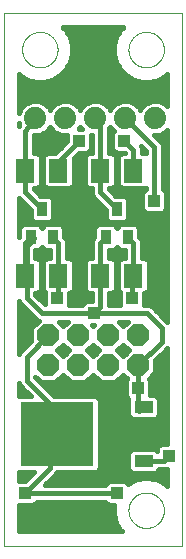
<source format=gtl>
G75*
%MOIN*%
%OFA0B0*%
%FSLAX25Y25*%
%IPPOS*%
%LPD*%
%AMOC8*
5,1,8,0,0,1.08239X$1,22.5*
%
%ADD10C,0.00000*%
%ADD11OC8,0.07400*%
%ADD12C,0.07400*%
%ADD13R,0.03543X0.04724*%
%ADD14R,0.06299X0.07874*%
%ADD15R,0.06299X0.03937*%
%ADD16R,0.24409X0.21260*%
%ADD17C,0.01600*%
%ADD18R,0.03962X0.03962*%
D10*
X0001800Y0010051D02*
X0001800Y0187591D01*
X0060855Y0187591D01*
X0060855Y0010051D01*
X0001800Y0010051D01*
X0043138Y0021862D02*
X0043140Y0022015D01*
X0043146Y0022169D01*
X0043156Y0022322D01*
X0043170Y0022474D01*
X0043188Y0022627D01*
X0043210Y0022778D01*
X0043235Y0022929D01*
X0043265Y0023080D01*
X0043299Y0023230D01*
X0043336Y0023378D01*
X0043377Y0023526D01*
X0043422Y0023672D01*
X0043471Y0023818D01*
X0043524Y0023962D01*
X0043580Y0024104D01*
X0043640Y0024245D01*
X0043704Y0024385D01*
X0043771Y0024523D01*
X0043842Y0024659D01*
X0043917Y0024793D01*
X0043994Y0024925D01*
X0044076Y0025055D01*
X0044160Y0025183D01*
X0044248Y0025309D01*
X0044339Y0025432D01*
X0044433Y0025553D01*
X0044531Y0025671D01*
X0044631Y0025787D01*
X0044735Y0025900D01*
X0044841Y0026011D01*
X0044950Y0026119D01*
X0045062Y0026224D01*
X0045176Y0026325D01*
X0045294Y0026424D01*
X0045413Y0026520D01*
X0045535Y0026613D01*
X0045660Y0026702D01*
X0045787Y0026789D01*
X0045916Y0026871D01*
X0046047Y0026951D01*
X0046180Y0027027D01*
X0046315Y0027100D01*
X0046452Y0027169D01*
X0046591Y0027234D01*
X0046731Y0027296D01*
X0046873Y0027354D01*
X0047016Y0027409D01*
X0047161Y0027460D01*
X0047307Y0027507D01*
X0047454Y0027550D01*
X0047602Y0027589D01*
X0047751Y0027625D01*
X0047901Y0027656D01*
X0048052Y0027684D01*
X0048203Y0027708D01*
X0048356Y0027728D01*
X0048508Y0027744D01*
X0048661Y0027756D01*
X0048814Y0027764D01*
X0048967Y0027768D01*
X0049121Y0027768D01*
X0049274Y0027764D01*
X0049427Y0027756D01*
X0049580Y0027744D01*
X0049732Y0027728D01*
X0049885Y0027708D01*
X0050036Y0027684D01*
X0050187Y0027656D01*
X0050337Y0027625D01*
X0050486Y0027589D01*
X0050634Y0027550D01*
X0050781Y0027507D01*
X0050927Y0027460D01*
X0051072Y0027409D01*
X0051215Y0027354D01*
X0051357Y0027296D01*
X0051497Y0027234D01*
X0051636Y0027169D01*
X0051773Y0027100D01*
X0051908Y0027027D01*
X0052041Y0026951D01*
X0052172Y0026871D01*
X0052301Y0026789D01*
X0052428Y0026702D01*
X0052553Y0026613D01*
X0052675Y0026520D01*
X0052794Y0026424D01*
X0052912Y0026325D01*
X0053026Y0026224D01*
X0053138Y0026119D01*
X0053247Y0026011D01*
X0053353Y0025900D01*
X0053457Y0025787D01*
X0053557Y0025671D01*
X0053655Y0025553D01*
X0053749Y0025432D01*
X0053840Y0025309D01*
X0053928Y0025183D01*
X0054012Y0025055D01*
X0054094Y0024925D01*
X0054171Y0024793D01*
X0054246Y0024659D01*
X0054317Y0024523D01*
X0054384Y0024385D01*
X0054448Y0024245D01*
X0054508Y0024104D01*
X0054564Y0023962D01*
X0054617Y0023818D01*
X0054666Y0023672D01*
X0054711Y0023526D01*
X0054752Y0023378D01*
X0054789Y0023230D01*
X0054823Y0023080D01*
X0054853Y0022929D01*
X0054878Y0022778D01*
X0054900Y0022627D01*
X0054918Y0022474D01*
X0054932Y0022322D01*
X0054942Y0022169D01*
X0054948Y0022015D01*
X0054950Y0021862D01*
X0054948Y0021709D01*
X0054942Y0021555D01*
X0054932Y0021402D01*
X0054918Y0021250D01*
X0054900Y0021097D01*
X0054878Y0020946D01*
X0054853Y0020795D01*
X0054823Y0020644D01*
X0054789Y0020494D01*
X0054752Y0020346D01*
X0054711Y0020198D01*
X0054666Y0020052D01*
X0054617Y0019906D01*
X0054564Y0019762D01*
X0054508Y0019620D01*
X0054448Y0019479D01*
X0054384Y0019339D01*
X0054317Y0019201D01*
X0054246Y0019065D01*
X0054171Y0018931D01*
X0054094Y0018799D01*
X0054012Y0018669D01*
X0053928Y0018541D01*
X0053840Y0018415D01*
X0053749Y0018292D01*
X0053655Y0018171D01*
X0053557Y0018053D01*
X0053457Y0017937D01*
X0053353Y0017824D01*
X0053247Y0017713D01*
X0053138Y0017605D01*
X0053026Y0017500D01*
X0052912Y0017399D01*
X0052794Y0017300D01*
X0052675Y0017204D01*
X0052553Y0017111D01*
X0052428Y0017022D01*
X0052301Y0016935D01*
X0052172Y0016853D01*
X0052041Y0016773D01*
X0051908Y0016697D01*
X0051773Y0016624D01*
X0051636Y0016555D01*
X0051497Y0016490D01*
X0051357Y0016428D01*
X0051215Y0016370D01*
X0051072Y0016315D01*
X0050927Y0016264D01*
X0050781Y0016217D01*
X0050634Y0016174D01*
X0050486Y0016135D01*
X0050337Y0016099D01*
X0050187Y0016068D01*
X0050036Y0016040D01*
X0049885Y0016016D01*
X0049732Y0015996D01*
X0049580Y0015980D01*
X0049427Y0015968D01*
X0049274Y0015960D01*
X0049121Y0015956D01*
X0048967Y0015956D01*
X0048814Y0015960D01*
X0048661Y0015968D01*
X0048508Y0015980D01*
X0048356Y0015996D01*
X0048203Y0016016D01*
X0048052Y0016040D01*
X0047901Y0016068D01*
X0047751Y0016099D01*
X0047602Y0016135D01*
X0047454Y0016174D01*
X0047307Y0016217D01*
X0047161Y0016264D01*
X0047016Y0016315D01*
X0046873Y0016370D01*
X0046731Y0016428D01*
X0046591Y0016490D01*
X0046452Y0016555D01*
X0046315Y0016624D01*
X0046180Y0016697D01*
X0046047Y0016773D01*
X0045916Y0016853D01*
X0045787Y0016935D01*
X0045660Y0017022D01*
X0045535Y0017111D01*
X0045413Y0017204D01*
X0045294Y0017300D01*
X0045176Y0017399D01*
X0045062Y0017500D01*
X0044950Y0017605D01*
X0044841Y0017713D01*
X0044735Y0017824D01*
X0044631Y0017937D01*
X0044531Y0018053D01*
X0044433Y0018171D01*
X0044339Y0018292D01*
X0044248Y0018415D01*
X0044160Y0018541D01*
X0044076Y0018669D01*
X0043994Y0018799D01*
X0043917Y0018931D01*
X0043842Y0019065D01*
X0043771Y0019201D01*
X0043704Y0019339D01*
X0043640Y0019479D01*
X0043580Y0019620D01*
X0043524Y0019762D01*
X0043471Y0019906D01*
X0043422Y0020052D01*
X0043377Y0020198D01*
X0043336Y0020346D01*
X0043299Y0020494D01*
X0043265Y0020644D01*
X0043235Y0020795D01*
X0043210Y0020946D01*
X0043188Y0021097D01*
X0043170Y0021250D01*
X0043156Y0021402D01*
X0043146Y0021555D01*
X0043140Y0021709D01*
X0043138Y0021862D01*
X0043138Y0175406D02*
X0043140Y0175559D01*
X0043146Y0175713D01*
X0043156Y0175866D01*
X0043170Y0176018D01*
X0043188Y0176171D01*
X0043210Y0176322D01*
X0043235Y0176473D01*
X0043265Y0176624D01*
X0043299Y0176774D01*
X0043336Y0176922D01*
X0043377Y0177070D01*
X0043422Y0177216D01*
X0043471Y0177362D01*
X0043524Y0177506D01*
X0043580Y0177648D01*
X0043640Y0177789D01*
X0043704Y0177929D01*
X0043771Y0178067D01*
X0043842Y0178203D01*
X0043917Y0178337D01*
X0043994Y0178469D01*
X0044076Y0178599D01*
X0044160Y0178727D01*
X0044248Y0178853D01*
X0044339Y0178976D01*
X0044433Y0179097D01*
X0044531Y0179215D01*
X0044631Y0179331D01*
X0044735Y0179444D01*
X0044841Y0179555D01*
X0044950Y0179663D01*
X0045062Y0179768D01*
X0045176Y0179869D01*
X0045294Y0179968D01*
X0045413Y0180064D01*
X0045535Y0180157D01*
X0045660Y0180246D01*
X0045787Y0180333D01*
X0045916Y0180415D01*
X0046047Y0180495D01*
X0046180Y0180571D01*
X0046315Y0180644D01*
X0046452Y0180713D01*
X0046591Y0180778D01*
X0046731Y0180840D01*
X0046873Y0180898D01*
X0047016Y0180953D01*
X0047161Y0181004D01*
X0047307Y0181051D01*
X0047454Y0181094D01*
X0047602Y0181133D01*
X0047751Y0181169D01*
X0047901Y0181200D01*
X0048052Y0181228D01*
X0048203Y0181252D01*
X0048356Y0181272D01*
X0048508Y0181288D01*
X0048661Y0181300D01*
X0048814Y0181308D01*
X0048967Y0181312D01*
X0049121Y0181312D01*
X0049274Y0181308D01*
X0049427Y0181300D01*
X0049580Y0181288D01*
X0049732Y0181272D01*
X0049885Y0181252D01*
X0050036Y0181228D01*
X0050187Y0181200D01*
X0050337Y0181169D01*
X0050486Y0181133D01*
X0050634Y0181094D01*
X0050781Y0181051D01*
X0050927Y0181004D01*
X0051072Y0180953D01*
X0051215Y0180898D01*
X0051357Y0180840D01*
X0051497Y0180778D01*
X0051636Y0180713D01*
X0051773Y0180644D01*
X0051908Y0180571D01*
X0052041Y0180495D01*
X0052172Y0180415D01*
X0052301Y0180333D01*
X0052428Y0180246D01*
X0052553Y0180157D01*
X0052675Y0180064D01*
X0052794Y0179968D01*
X0052912Y0179869D01*
X0053026Y0179768D01*
X0053138Y0179663D01*
X0053247Y0179555D01*
X0053353Y0179444D01*
X0053457Y0179331D01*
X0053557Y0179215D01*
X0053655Y0179097D01*
X0053749Y0178976D01*
X0053840Y0178853D01*
X0053928Y0178727D01*
X0054012Y0178599D01*
X0054094Y0178469D01*
X0054171Y0178337D01*
X0054246Y0178203D01*
X0054317Y0178067D01*
X0054384Y0177929D01*
X0054448Y0177789D01*
X0054508Y0177648D01*
X0054564Y0177506D01*
X0054617Y0177362D01*
X0054666Y0177216D01*
X0054711Y0177070D01*
X0054752Y0176922D01*
X0054789Y0176774D01*
X0054823Y0176624D01*
X0054853Y0176473D01*
X0054878Y0176322D01*
X0054900Y0176171D01*
X0054918Y0176018D01*
X0054932Y0175866D01*
X0054942Y0175713D01*
X0054948Y0175559D01*
X0054950Y0175406D01*
X0054948Y0175253D01*
X0054942Y0175099D01*
X0054932Y0174946D01*
X0054918Y0174794D01*
X0054900Y0174641D01*
X0054878Y0174490D01*
X0054853Y0174339D01*
X0054823Y0174188D01*
X0054789Y0174038D01*
X0054752Y0173890D01*
X0054711Y0173742D01*
X0054666Y0173596D01*
X0054617Y0173450D01*
X0054564Y0173306D01*
X0054508Y0173164D01*
X0054448Y0173023D01*
X0054384Y0172883D01*
X0054317Y0172745D01*
X0054246Y0172609D01*
X0054171Y0172475D01*
X0054094Y0172343D01*
X0054012Y0172213D01*
X0053928Y0172085D01*
X0053840Y0171959D01*
X0053749Y0171836D01*
X0053655Y0171715D01*
X0053557Y0171597D01*
X0053457Y0171481D01*
X0053353Y0171368D01*
X0053247Y0171257D01*
X0053138Y0171149D01*
X0053026Y0171044D01*
X0052912Y0170943D01*
X0052794Y0170844D01*
X0052675Y0170748D01*
X0052553Y0170655D01*
X0052428Y0170566D01*
X0052301Y0170479D01*
X0052172Y0170397D01*
X0052041Y0170317D01*
X0051908Y0170241D01*
X0051773Y0170168D01*
X0051636Y0170099D01*
X0051497Y0170034D01*
X0051357Y0169972D01*
X0051215Y0169914D01*
X0051072Y0169859D01*
X0050927Y0169808D01*
X0050781Y0169761D01*
X0050634Y0169718D01*
X0050486Y0169679D01*
X0050337Y0169643D01*
X0050187Y0169612D01*
X0050036Y0169584D01*
X0049885Y0169560D01*
X0049732Y0169540D01*
X0049580Y0169524D01*
X0049427Y0169512D01*
X0049274Y0169504D01*
X0049121Y0169500D01*
X0048967Y0169500D01*
X0048814Y0169504D01*
X0048661Y0169512D01*
X0048508Y0169524D01*
X0048356Y0169540D01*
X0048203Y0169560D01*
X0048052Y0169584D01*
X0047901Y0169612D01*
X0047751Y0169643D01*
X0047602Y0169679D01*
X0047454Y0169718D01*
X0047307Y0169761D01*
X0047161Y0169808D01*
X0047016Y0169859D01*
X0046873Y0169914D01*
X0046731Y0169972D01*
X0046591Y0170034D01*
X0046452Y0170099D01*
X0046315Y0170168D01*
X0046180Y0170241D01*
X0046047Y0170317D01*
X0045916Y0170397D01*
X0045787Y0170479D01*
X0045660Y0170566D01*
X0045535Y0170655D01*
X0045413Y0170748D01*
X0045294Y0170844D01*
X0045176Y0170943D01*
X0045062Y0171044D01*
X0044950Y0171149D01*
X0044841Y0171257D01*
X0044735Y0171368D01*
X0044631Y0171481D01*
X0044531Y0171597D01*
X0044433Y0171715D01*
X0044339Y0171836D01*
X0044248Y0171959D01*
X0044160Y0172085D01*
X0044076Y0172213D01*
X0043994Y0172343D01*
X0043917Y0172475D01*
X0043842Y0172609D01*
X0043771Y0172745D01*
X0043704Y0172883D01*
X0043640Y0173023D01*
X0043580Y0173164D01*
X0043524Y0173306D01*
X0043471Y0173450D01*
X0043422Y0173596D01*
X0043377Y0173742D01*
X0043336Y0173890D01*
X0043299Y0174038D01*
X0043265Y0174188D01*
X0043235Y0174339D01*
X0043210Y0174490D01*
X0043188Y0174641D01*
X0043170Y0174794D01*
X0043156Y0174946D01*
X0043146Y0175099D01*
X0043140Y0175253D01*
X0043138Y0175406D01*
X0007705Y0175406D02*
X0007707Y0175559D01*
X0007713Y0175713D01*
X0007723Y0175866D01*
X0007737Y0176018D01*
X0007755Y0176171D01*
X0007777Y0176322D01*
X0007802Y0176473D01*
X0007832Y0176624D01*
X0007866Y0176774D01*
X0007903Y0176922D01*
X0007944Y0177070D01*
X0007989Y0177216D01*
X0008038Y0177362D01*
X0008091Y0177506D01*
X0008147Y0177648D01*
X0008207Y0177789D01*
X0008271Y0177929D01*
X0008338Y0178067D01*
X0008409Y0178203D01*
X0008484Y0178337D01*
X0008561Y0178469D01*
X0008643Y0178599D01*
X0008727Y0178727D01*
X0008815Y0178853D01*
X0008906Y0178976D01*
X0009000Y0179097D01*
X0009098Y0179215D01*
X0009198Y0179331D01*
X0009302Y0179444D01*
X0009408Y0179555D01*
X0009517Y0179663D01*
X0009629Y0179768D01*
X0009743Y0179869D01*
X0009861Y0179968D01*
X0009980Y0180064D01*
X0010102Y0180157D01*
X0010227Y0180246D01*
X0010354Y0180333D01*
X0010483Y0180415D01*
X0010614Y0180495D01*
X0010747Y0180571D01*
X0010882Y0180644D01*
X0011019Y0180713D01*
X0011158Y0180778D01*
X0011298Y0180840D01*
X0011440Y0180898D01*
X0011583Y0180953D01*
X0011728Y0181004D01*
X0011874Y0181051D01*
X0012021Y0181094D01*
X0012169Y0181133D01*
X0012318Y0181169D01*
X0012468Y0181200D01*
X0012619Y0181228D01*
X0012770Y0181252D01*
X0012923Y0181272D01*
X0013075Y0181288D01*
X0013228Y0181300D01*
X0013381Y0181308D01*
X0013534Y0181312D01*
X0013688Y0181312D01*
X0013841Y0181308D01*
X0013994Y0181300D01*
X0014147Y0181288D01*
X0014299Y0181272D01*
X0014452Y0181252D01*
X0014603Y0181228D01*
X0014754Y0181200D01*
X0014904Y0181169D01*
X0015053Y0181133D01*
X0015201Y0181094D01*
X0015348Y0181051D01*
X0015494Y0181004D01*
X0015639Y0180953D01*
X0015782Y0180898D01*
X0015924Y0180840D01*
X0016064Y0180778D01*
X0016203Y0180713D01*
X0016340Y0180644D01*
X0016475Y0180571D01*
X0016608Y0180495D01*
X0016739Y0180415D01*
X0016868Y0180333D01*
X0016995Y0180246D01*
X0017120Y0180157D01*
X0017242Y0180064D01*
X0017361Y0179968D01*
X0017479Y0179869D01*
X0017593Y0179768D01*
X0017705Y0179663D01*
X0017814Y0179555D01*
X0017920Y0179444D01*
X0018024Y0179331D01*
X0018124Y0179215D01*
X0018222Y0179097D01*
X0018316Y0178976D01*
X0018407Y0178853D01*
X0018495Y0178727D01*
X0018579Y0178599D01*
X0018661Y0178469D01*
X0018738Y0178337D01*
X0018813Y0178203D01*
X0018884Y0178067D01*
X0018951Y0177929D01*
X0019015Y0177789D01*
X0019075Y0177648D01*
X0019131Y0177506D01*
X0019184Y0177362D01*
X0019233Y0177216D01*
X0019278Y0177070D01*
X0019319Y0176922D01*
X0019356Y0176774D01*
X0019390Y0176624D01*
X0019420Y0176473D01*
X0019445Y0176322D01*
X0019467Y0176171D01*
X0019485Y0176018D01*
X0019499Y0175866D01*
X0019509Y0175713D01*
X0019515Y0175559D01*
X0019517Y0175406D01*
X0019515Y0175253D01*
X0019509Y0175099D01*
X0019499Y0174946D01*
X0019485Y0174794D01*
X0019467Y0174641D01*
X0019445Y0174490D01*
X0019420Y0174339D01*
X0019390Y0174188D01*
X0019356Y0174038D01*
X0019319Y0173890D01*
X0019278Y0173742D01*
X0019233Y0173596D01*
X0019184Y0173450D01*
X0019131Y0173306D01*
X0019075Y0173164D01*
X0019015Y0173023D01*
X0018951Y0172883D01*
X0018884Y0172745D01*
X0018813Y0172609D01*
X0018738Y0172475D01*
X0018661Y0172343D01*
X0018579Y0172213D01*
X0018495Y0172085D01*
X0018407Y0171959D01*
X0018316Y0171836D01*
X0018222Y0171715D01*
X0018124Y0171597D01*
X0018024Y0171481D01*
X0017920Y0171368D01*
X0017814Y0171257D01*
X0017705Y0171149D01*
X0017593Y0171044D01*
X0017479Y0170943D01*
X0017361Y0170844D01*
X0017242Y0170748D01*
X0017120Y0170655D01*
X0016995Y0170566D01*
X0016868Y0170479D01*
X0016739Y0170397D01*
X0016608Y0170317D01*
X0016475Y0170241D01*
X0016340Y0170168D01*
X0016203Y0170099D01*
X0016064Y0170034D01*
X0015924Y0169972D01*
X0015782Y0169914D01*
X0015639Y0169859D01*
X0015494Y0169808D01*
X0015348Y0169761D01*
X0015201Y0169718D01*
X0015053Y0169679D01*
X0014904Y0169643D01*
X0014754Y0169612D01*
X0014603Y0169584D01*
X0014452Y0169560D01*
X0014299Y0169540D01*
X0014147Y0169524D01*
X0013994Y0169512D01*
X0013841Y0169504D01*
X0013688Y0169500D01*
X0013534Y0169500D01*
X0013381Y0169504D01*
X0013228Y0169512D01*
X0013075Y0169524D01*
X0012923Y0169540D01*
X0012770Y0169560D01*
X0012619Y0169584D01*
X0012468Y0169612D01*
X0012318Y0169643D01*
X0012169Y0169679D01*
X0012021Y0169718D01*
X0011874Y0169761D01*
X0011728Y0169808D01*
X0011583Y0169859D01*
X0011440Y0169914D01*
X0011298Y0169972D01*
X0011158Y0170034D01*
X0011019Y0170099D01*
X0010882Y0170168D01*
X0010747Y0170241D01*
X0010614Y0170317D01*
X0010483Y0170397D01*
X0010354Y0170479D01*
X0010227Y0170566D01*
X0010102Y0170655D01*
X0009980Y0170748D01*
X0009861Y0170844D01*
X0009743Y0170943D01*
X0009629Y0171044D01*
X0009517Y0171149D01*
X0009408Y0171257D01*
X0009302Y0171368D01*
X0009198Y0171481D01*
X0009098Y0171597D01*
X0009000Y0171715D01*
X0008906Y0171836D01*
X0008815Y0171959D01*
X0008727Y0172085D01*
X0008643Y0172213D01*
X0008561Y0172343D01*
X0008484Y0172475D01*
X0008409Y0172609D01*
X0008338Y0172745D01*
X0008271Y0172883D01*
X0008207Y0173023D01*
X0008147Y0173164D01*
X0008091Y0173306D01*
X0008038Y0173450D01*
X0007989Y0173596D01*
X0007944Y0173742D01*
X0007903Y0173890D01*
X0007866Y0174038D01*
X0007832Y0174188D01*
X0007802Y0174339D01*
X0007777Y0174490D01*
X0007755Y0174641D01*
X0007737Y0174794D01*
X0007723Y0174946D01*
X0007713Y0175099D01*
X0007707Y0175253D01*
X0007705Y0175406D01*
D11*
X0016406Y0080169D03*
X0016406Y0070169D03*
X0026406Y0070169D03*
X0026406Y0080169D03*
X0036406Y0080169D03*
X0036406Y0070169D03*
X0046406Y0070169D03*
X0046406Y0080169D03*
D12*
X0042036Y0152551D03*
X0032036Y0152551D03*
X0022036Y0152551D03*
X0012036Y0152551D03*
X0052036Y0152551D03*
D13*
X0039300Y0122276D03*
X0035560Y0112827D03*
X0043040Y0112827D03*
X0018040Y0112827D03*
X0014300Y0122276D03*
X0010560Y0112827D03*
D14*
X0008788Y0100051D03*
X0019812Y0100051D03*
X0019812Y0135051D03*
X0008788Y0135051D03*
X0033788Y0135051D03*
X0044812Y0135051D03*
X0044812Y0100051D03*
X0033788Y0100051D03*
D15*
X0048198Y0056213D03*
X0048198Y0038260D03*
D16*
X0019457Y0047236D03*
D17*
X0019457Y0054894D01*
X0009300Y0065051D01*
X0009300Y0073063D01*
X0016406Y0080169D01*
X0016406Y0079657D01*
X0014300Y0087551D02*
X0031800Y0087551D01*
X0033788Y0089539D01*
X0033788Y0100051D01*
X0033788Y0111055D01*
X0035560Y0112827D01*
X0036588Y0108465D02*
X0038160Y0108465D01*
X0039300Y0109605D01*
X0040440Y0108465D01*
X0042012Y0108465D01*
X0042012Y0105988D01*
X0040834Y0105988D01*
X0039662Y0104817D01*
X0039662Y0095286D01*
X0040319Y0094629D01*
X0040319Y0090351D01*
X0036588Y0090351D01*
X0036588Y0094114D01*
X0037766Y0094114D01*
X0038938Y0095286D01*
X0038938Y0104817D01*
X0037766Y0105988D01*
X0036588Y0105988D01*
X0036588Y0108465D01*
X0036588Y0107560D02*
X0042012Y0107560D01*
X0040807Y0105962D02*
X0037793Y0105962D01*
X0038938Y0104363D02*
X0039662Y0104363D01*
X0039662Y0102765D02*
X0038938Y0102765D01*
X0038938Y0101166D02*
X0039662Y0101166D01*
X0039662Y0099568D02*
X0038938Y0099568D01*
X0038938Y0097969D02*
X0039662Y0097969D01*
X0039662Y0096371D02*
X0038938Y0096371D01*
X0038424Y0094772D02*
X0040176Y0094772D01*
X0040319Y0093174D02*
X0036588Y0093174D01*
X0036588Y0091575D02*
X0040319Y0091575D01*
X0039885Y0084751D02*
X0042927Y0084751D01*
X0041406Y0083230D01*
X0039885Y0084751D01*
X0041054Y0083583D02*
X0041759Y0083583D01*
X0041406Y0077108D02*
X0043345Y0075169D01*
X0041406Y0073230D01*
X0039467Y0075169D01*
X0041406Y0077108D01*
X0040645Y0073992D02*
X0042168Y0073992D01*
X0042924Y0075590D02*
X0039888Y0075590D01*
X0041406Y0067108D02*
X0042790Y0065725D01*
X0042425Y0065361D01*
X0042425Y0059742D01*
X0043103Y0059064D01*
X0043048Y0059010D01*
X0043048Y0053416D01*
X0044220Y0052244D01*
X0052176Y0052244D01*
X0053347Y0053416D01*
X0053347Y0059010D01*
X0052176Y0060181D01*
X0050387Y0060181D01*
X0050387Y0065361D01*
X0050023Y0065725D01*
X0052106Y0067808D01*
X0052106Y0071909D01*
X0055886Y0075689D01*
X0056055Y0075858D01*
X0056055Y0044032D01*
X0053990Y0044032D01*
X0052819Y0042861D01*
X0052819Y0041585D01*
X0052176Y0042228D01*
X0044220Y0042228D01*
X0043048Y0041057D01*
X0043048Y0035463D01*
X0044220Y0034291D01*
X0052176Y0034291D01*
X0053344Y0035460D01*
X0055566Y0035460D01*
X0056055Y0035663D01*
X0056055Y0029991D01*
X0055617Y0030429D01*
X0053176Y0031838D01*
X0050453Y0032568D01*
X0047635Y0032568D01*
X0044912Y0031838D01*
X0042941Y0030700D01*
X0042110Y0031532D01*
X0036490Y0031532D01*
X0035319Y0030361D01*
X0035319Y0030351D01*
X0015312Y0030351D01*
X0018721Y0033760D01*
X0018932Y0033895D01*
X0019111Y0034150D01*
X0019331Y0034371D01*
X0019427Y0034602D01*
X0019430Y0034606D01*
X0032491Y0034606D01*
X0033662Y0035778D01*
X0033662Y0058695D01*
X0032491Y0059866D01*
X0018445Y0059866D01*
X0012100Y0066211D01*
X0012100Y0066415D01*
X0014045Y0064469D01*
X0018767Y0064469D01*
X0021406Y0067108D01*
X0024045Y0064469D01*
X0028767Y0064469D01*
X0031406Y0067108D01*
X0034045Y0064469D01*
X0038767Y0064469D01*
X0041406Y0067108D01*
X0040297Y0065999D02*
X0042515Y0065999D01*
X0042425Y0064401D02*
X0013910Y0064401D01*
X0015509Y0062802D02*
X0042425Y0062802D01*
X0042425Y0061204D02*
X0017107Y0061204D01*
X0020297Y0065999D02*
X0022515Y0065999D01*
X0021406Y0073230D02*
X0019467Y0075169D01*
X0021406Y0077108D01*
X0023345Y0075169D01*
X0021406Y0073230D01*
X0020645Y0073992D02*
X0022168Y0073992D01*
X0022924Y0075590D02*
X0019888Y0075590D01*
X0021406Y0083230D02*
X0019885Y0084751D01*
X0022927Y0084751D01*
X0021406Y0083230D01*
X0021054Y0083583D02*
X0021759Y0083583D01*
X0023281Y0090351D02*
X0023281Y0094114D01*
X0023790Y0094114D01*
X0024961Y0095286D01*
X0024961Y0104817D01*
X0023790Y0105988D01*
X0022612Y0105988D01*
X0022612Y0111612D01*
X0022186Y0112641D01*
X0021812Y0113015D01*
X0021812Y0116017D01*
X0020640Y0117189D01*
X0015440Y0117189D01*
X0014300Y0116049D01*
X0013160Y0117189D01*
X0007960Y0117189D01*
X0006788Y0116017D01*
X0006788Y0113015D01*
X0006600Y0112827D01*
X0006600Y0126016D01*
X0010528Y0122087D01*
X0010528Y0119085D01*
X0011700Y0117913D01*
X0016900Y0117913D01*
X0018072Y0119085D01*
X0018072Y0125466D01*
X0016900Y0126638D01*
X0013898Y0126638D01*
X0011588Y0128947D01*
X0011588Y0129114D01*
X0012766Y0129114D01*
X0013938Y0130286D01*
X0013938Y0139817D01*
X0012766Y0140988D01*
X0011588Y0140988D01*
X0011588Y0146851D01*
X0013170Y0146851D01*
X0015265Y0147719D01*
X0016868Y0149322D01*
X0017036Y0149727D01*
X0017204Y0149322D01*
X0018807Y0147719D01*
X0020902Y0146851D01*
X0022819Y0146851D01*
X0022819Y0145030D01*
X0018777Y0140988D01*
X0015834Y0140988D01*
X0014662Y0139817D01*
X0014662Y0130286D01*
X0015834Y0129114D01*
X0023790Y0129114D01*
X0024961Y0130286D01*
X0024961Y0139253D01*
X0026779Y0141070D01*
X0029610Y0141070D01*
X0030781Y0142242D01*
X0030781Y0146901D01*
X0030902Y0146851D01*
X0030988Y0146851D01*
X0030988Y0140988D01*
X0029810Y0140988D01*
X0028639Y0139817D01*
X0028639Y0130286D01*
X0029810Y0129114D01*
X0030988Y0129114D01*
X0030988Y0127230D01*
X0031414Y0126201D01*
X0032202Y0125414D01*
X0035528Y0122087D01*
X0035528Y0119085D01*
X0036700Y0117913D01*
X0041900Y0117913D01*
X0043072Y0119085D01*
X0043072Y0125466D01*
X0041900Y0126638D01*
X0038898Y0126638D01*
X0036588Y0128947D01*
X0036588Y0129114D01*
X0037766Y0129114D01*
X0038938Y0130286D01*
X0038938Y0139817D01*
X0037766Y0140988D01*
X0036588Y0140988D01*
X0036588Y0149042D01*
X0036868Y0149322D01*
X0037036Y0149727D01*
X0037204Y0149322D01*
X0038242Y0148284D01*
X0037819Y0147861D01*
X0037819Y0142242D01*
X0038990Y0141070D01*
X0041821Y0141070D01*
X0041903Y0140988D01*
X0040834Y0140988D01*
X0039662Y0139817D01*
X0039662Y0130286D01*
X0040834Y0129114D01*
X0048790Y0129114D01*
X0049000Y0129324D01*
X0049000Y0129032D01*
X0048990Y0129032D01*
X0047819Y0127861D01*
X0047819Y0122242D01*
X0048990Y0121070D01*
X0054610Y0121070D01*
X0055781Y0122242D01*
X0055781Y0127861D01*
X0054610Y0129032D01*
X0054600Y0129032D01*
X0054600Y0143344D01*
X0054174Y0144373D01*
X0053386Y0145161D01*
X0051696Y0146851D01*
X0053170Y0146851D01*
X0055265Y0147719D01*
X0056055Y0148509D01*
X0056055Y0084756D01*
X0051674Y0089137D01*
X0050886Y0089925D01*
X0049857Y0090351D01*
X0048281Y0090351D01*
X0048281Y0094114D01*
X0048790Y0094114D01*
X0049961Y0095286D01*
X0049961Y0104817D01*
X0048790Y0105988D01*
X0047612Y0105988D01*
X0047612Y0111612D01*
X0047186Y0112641D01*
X0046812Y0113015D01*
X0046812Y0116017D01*
X0045640Y0117189D01*
X0040440Y0117189D01*
X0039300Y0116049D01*
X0038160Y0117189D01*
X0032960Y0117189D01*
X0031788Y0116017D01*
X0031788Y0113015D01*
X0031414Y0112641D01*
X0030988Y0111612D01*
X0030988Y0105988D01*
X0029810Y0105988D01*
X0028639Y0104817D01*
X0028639Y0095286D01*
X0029810Y0094114D01*
X0030988Y0094114D01*
X0030988Y0091532D01*
X0028990Y0091532D01*
X0027819Y0090361D01*
X0027819Y0090351D01*
X0023281Y0090351D01*
X0023281Y0091575D02*
X0030988Y0091575D01*
X0030988Y0093174D02*
X0023281Y0093174D01*
X0024448Y0094772D02*
X0029152Y0094772D01*
X0028639Y0096371D02*
X0024961Y0096371D01*
X0024961Y0097969D02*
X0028639Y0097969D01*
X0028639Y0099568D02*
X0024961Y0099568D01*
X0024961Y0101166D02*
X0028639Y0101166D01*
X0028639Y0102765D02*
X0024961Y0102765D01*
X0024961Y0104363D02*
X0028639Y0104363D01*
X0029784Y0105962D02*
X0023816Y0105962D01*
X0022612Y0107560D02*
X0030988Y0107560D01*
X0030988Y0109159D02*
X0022612Y0109159D01*
X0022612Y0110757D02*
X0030988Y0110757D01*
X0031296Y0112356D02*
X0022304Y0112356D01*
X0021812Y0113954D02*
X0031788Y0113954D01*
X0031788Y0115553D02*
X0021812Y0115553D01*
X0020678Y0117151D02*
X0032922Y0117151D01*
X0035528Y0120348D02*
X0018072Y0120348D01*
X0018072Y0121947D02*
X0035528Y0121947D01*
X0034070Y0123545D02*
X0018072Y0123545D01*
X0018072Y0125144D02*
X0032472Y0125144D01*
X0032202Y0125414D02*
X0032202Y0125414D01*
X0031190Y0126743D02*
X0013793Y0126743D01*
X0013592Y0129940D02*
X0015008Y0129940D01*
X0014662Y0131538D02*
X0013938Y0131538D01*
X0013938Y0133137D02*
X0014662Y0133137D01*
X0014662Y0134735D02*
X0013938Y0134735D01*
X0013938Y0136334D02*
X0014662Y0136334D01*
X0014662Y0137932D02*
X0013938Y0137932D01*
X0013938Y0139531D02*
X0014662Y0139531D01*
X0011588Y0141129D02*
X0018918Y0141129D01*
X0019812Y0138063D02*
X0026800Y0145051D01*
X0026578Y0149032D02*
X0026868Y0149322D01*
X0027036Y0149727D01*
X0027204Y0149322D01*
X0027494Y0149032D01*
X0026578Y0149032D01*
X0026668Y0149122D02*
X0027405Y0149122D01*
X0027036Y0155375D02*
X0026868Y0155780D01*
X0025265Y0157383D01*
X0023170Y0158251D01*
X0020902Y0158251D01*
X0018807Y0157383D01*
X0017204Y0155780D01*
X0017036Y0155375D01*
X0016868Y0155780D01*
X0015265Y0157383D01*
X0013170Y0158251D01*
X0010902Y0158251D01*
X0008807Y0157383D01*
X0007204Y0155780D01*
X0006600Y0154322D01*
X0006600Y0167277D01*
X0007038Y0166839D01*
X0009479Y0165430D01*
X0012202Y0164700D01*
X0015020Y0164700D01*
X0017743Y0165430D01*
X0020184Y0166839D01*
X0022178Y0168832D01*
X0023587Y0171273D01*
X0024317Y0173996D01*
X0024317Y0176815D01*
X0023587Y0179538D01*
X0022178Y0181979D01*
X0021366Y0182791D01*
X0041289Y0182791D01*
X0040478Y0181979D01*
X0039068Y0179538D01*
X0038339Y0176815D01*
X0038339Y0173996D01*
X0039068Y0171273D01*
X0040478Y0168832D01*
X0042471Y0166839D01*
X0044912Y0165430D01*
X0047635Y0164700D01*
X0050453Y0164700D01*
X0053176Y0165430D01*
X0055617Y0166839D01*
X0056055Y0167277D01*
X0056055Y0156593D01*
X0055265Y0157383D01*
X0053170Y0158251D01*
X0050902Y0158251D01*
X0048807Y0157383D01*
X0047204Y0155780D01*
X0047036Y0155375D01*
X0046868Y0155780D01*
X0045265Y0157383D01*
X0043170Y0158251D01*
X0040902Y0158251D01*
X0038807Y0157383D01*
X0037204Y0155780D01*
X0037036Y0155375D01*
X0036868Y0155780D01*
X0035265Y0157383D01*
X0033170Y0158251D01*
X0030902Y0158251D01*
X0028807Y0157383D01*
X0027204Y0155780D01*
X0027036Y0155375D01*
X0026978Y0155516D02*
X0027095Y0155516D01*
X0028538Y0157114D02*
X0025534Y0157114D01*
X0022819Y0145925D02*
X0011588Y0145925D01*
X0011588Y0144326D02*
X0022115Y0144326D01*
X0020517Y0142728D02*
X0011588Y0142728D01*
X0008788Y0148240D02*
X0008788Y0135051D01*
X0008788Y0127787D01*
X0014300Y0122276D01*
X0013197Y0117151D02*
X0015403Y0117151D01*
X0017737Y0118750D02*
X0035863Y0118750D01*
X0038197Y0117151D02*
X0040403Y0117151D01*
X0039300Y0122276D02*
X0033788Y0127787D01*
X0033788Y0135051D01*
X0033788Y0149736D01*
X0032036Y0152551D01*
X0030988Y0145925D02*
X0030781Y0145925D01*
X0030781Y0144326D02*
X0030988Y0144326D01*
X0030988Y0142728D02*
X0030781Y0142728D01*
X0030988Y0141129D02*
X0029669Y0141129D01*
X0028639Y0139531D02*
X0025239Y0139531D01*
X0024961Y0137932D02*
X0028639Y0137932D01*
X0028639Y0136334D02*
X0024961Y0136334D01*
X0024961Y0134735D02*
X0028639Y0134735D01*
X0028639Y0133137D02*
X0024961Y0133137D01*
X0024961Y0131538D02*
X0028639Y0131538D01*
X0028985Y0129940D02*
X0024615Y0129940D01*
X0019812Y0135051D02*
X0019812Y0138063D01*
X0019280Y0147523D02*
X0014792Y0147523D01*
X0016668Y0149122D02*
X0017405Y0149122D01*
X0017095Y0155516D02*
X0016978Y0155516D01*
X0015534Y0157114D02*
X0018538Y0157114D01*
X0016539Y0165107D02*
X0046117Y0165107D01*
X0045534Y0157114D02*
X0048538Y0157114D01*
X0047095Y0155516D02*
X0046978Y0155516D01*
X0042702Y0166705D02*
X0019953Y0166705D01*
X0021649Y0168304D02*
X0041006Y0168304D01*
X0039860Y0169902D02*
X0022795Y0169902D01*
X0023648Y0171501D02*
X0039007Y0171501D01*
X0038579Y0173099D02*
X0024076Y0173099D01*
X0024317Y0174698D02*
X0038339Y0174698D01*
X0038339Y0176296D02*
X0024317Y0176296D01*
X0024027Y0177895D02*
X0038628Y0177895D01*
X0039056Y0179493D02*
X0023599Y0179493D01*
X0022690Y0181092D02*
X0039965Y0181092D01*
X0041189Y0182690D02*
X0021466Y0182690D01*
X0012036Y0152551D02*
X0008788Y0148240D01*
X0006670Y0150082D02*
X0006600Y0150012D01*
X0006600Y0150781D01*
X0006812Y0150270D01*
X0006670Y0150082D01*
X0006625Y0150720D02*
X0006600Y0150720D01*
X0006600Y0155516D02*
X0007095Y0155516D01*
X0006600Y0157114D02*
X0008538Y0157114D01*
X0006600Y0158713D02*
X0056055Y0158713D01*
X0056055Y0160311D02*
X0006600Y0160311D01*
X0006600Y0161910D02*
X0056055Y0161910D01*
X0056055Y0163508D02*
X0006600Y0163508D01*
X0006600Y0165107D02*
X0010683Y0165107D01*
X0007269Y0166705D02*
X0006600Y0166705D01*
X0012194Y0128341D02*
X0030988Y0128341D01*
X0036588Y0141129D02*
X0038931Y0141129D01*
X0038938Y0139531D02*
X0039662Y0139531D01*
X0039662Y0137932D02*
X0038938Y0137932D01*
X0038938Y0136334D02*
X0039662Y0136334D01*
X0039662Y0134735D02*
X0038938Y0134735D01*
X0038938Y0133137D02*
X0039662Y0133137D01*
X0039662Y0131538D02*
X0038938Y0131538D01*
X0038592Y0129940D02*
X0040008Y0129940D01*
X0038793Y0126743D02*
X0047819Y0126743D01*
X0047819Y0125144D02*
X0043072Y0125144D01*
X0043072Y0123545D02*
X0047819Y0123545D01*
X0048114Y0121947D02*
X0043072Y0121947D01*
X0043072Y0120348D02*
X0056055Y0120348D01*
X0056055Y0118750D02*
X0042737Y0118750D01*
X0043040Y0112827D02*
X0044812Y0111055D01*
X0044812Y0100051D01*
X0044300Y0099539D01*
X0044300Y0092551D01*
X0044300Y0100051D02*
X0044812Y0100051D01*
X0047612Y0107560D02*
X0056055Y0107560D01*
X0056055Y0105962D02*
X0048816Y0105962D01*
X0049961Y0104363D02*
X0056055Y0104363D01*
X0056055Y0102765D02*
X0049961Y0102765D01*
X0049961Y0101166D02*
X0056055Y0101166D01*
X0056055Y0099568D02*
X0049961Y0099568D01*
X0049961Y0097969D02*
X0056055Y0097969D01*
X0056055Y0096371D02*
X0049961Y0096371D01*
X0049448Y0094772D02*
X0056055Y0094772D01*
X0056055Y0093174D02*
X0048281Y0093174D01*
X0048281Y0091575D02*
X0056055Y0091575D01*
X0056055Y0089977D02*
X0050761Y0089977D01*
X0052433Y0088378D02*
X0056055Y0088378D01*
X0056055Y0086780D02*
X0054031Y0086780D01*
X0055630Y0085181D02*
X0056055Y0085181D01*
X0054300Y0082551D02*
X0049300Y0087551D01*
X0031800Y0087551D01*
X0031746Y0083570D02*
X0031066Y0083570D01*
X0031406Y0083230D01*
X0031746Y0083570D01*
X0031406Y0077108D02*
X0033345Y0075169D01*
X0031406Y0073230D01*
X0029467Y0075169D01*
X0031406Y0077108D01*
X0030645Y0073992D02*
X0032168Y0073992D01*
X0032924Y0075590D02*
X0029888Y0075590D01*
X0030297Y0065999D02*
X0032515Y0065999D01*
X0032752Y0059605D02*
X0042562Y0059605D01*
X0043048Y0058007D02*
X0033662Y0058007D01*
X0033662Y0056408D02*
X0043048Y0056408D01*
X0043048Y0054809D02*
X0033662Y0054809D01*
X0033662Y0053211D02*
X0043253Y0053211D01*
X0046406Y0055445D02*
X0046406Y0062551D01*
X0046406Y0070169D01*
X0054300Y0078063D01*
X0054300Y0082551D01*
X0055787Y0075590D02*
X0056055Y0075590D01*
X0056055Y0073992D02*
X0054188Y0073992D01*
X0052590Y0072393D02*
X0056055Y0072393D01*
X0056055Y0070795D02*
X0052106Y0070795D01*
X0052106Y0069196D02*
X0056055Y0069196D01*
X0056055Y0067598D02*
X0051896Y0067598D01*
X0050297Y0065999D02*
X0056055Y0065999D01*
X0056055Y0064401D02*
X0050387Y0064401D01*
X0050387Y0062802D02*
X0056055Y0062802D01*
X0056055Y0061204D02*
X0050387Y0061204D01*
X0052752Y0059605D02*
X0056055Y0059605D01*
X0056055Y0058007D02*
X0053347Y0058007D01*
X0053347Y0056408D02*
X0056055Y0056408D01*
X0056055Y0054809D02*
X0053347Y0054809D01*
X0053143Y0053211D02*
X0056055Y0053211D01*
X0056055Y0051612D02*
X0033662Y0051612D01*
X0033662Y0050014D02*
X0056055Y0050014D01*
X0056055Y0048415D02*
X0033662Y0048415D01*
X0033662Y0046817D02*
X0056055Y0046817D01*
X0056055Y0045218D02*
X0033662Y0045218D01*
X0033662Y0043620D02*
X0053578Y0043620D01*
X0052819Y0042021D02*
X0052383Y0042021D01*
X0055009Y0038260D02*
X0056800Y0040051D01*
X0055009Y0038260D02*
X0048198Y0038260D01*
X0047122Y0032430D02*
X0017391Y0032430D01*
X0015792Y0030832D02*
X0035790Y0030832D01*
X0035319Y0024751D02*
X0035319Y0024742D01*
X0036490Y0023570D01*
X0038419Y0023570D01*
X0038339Y0023272D01*
X0038339Y0020453D01*
X0039068Y0017730D01*
X0040478Y0015289D01*
X0040915Y0014851D01*
X0006600Y0014851D01*
X0006600Y0023570D01*
X0011361Y0023570D01*
X0012533Y0024742D01*
X0012533Y0024751D01*
X0035319Y0024751D01*
X0035623Y0024438D02*
X0012229Y0024438D01*
X0009471Y0032430D02*
X0006600Y0032430D01*
X0006600Y0031532D02*
X0006600Y0034606D01*
X0011647Y0034606D01*
X0008573Y0031532D01*
X0006600Y0031532D01*
X0006600Y0034029D02*
X0011070Y0034029D01*
X0016957Y0035957D02*
X0008552Y0027551D01*
X0039300Y0027551D01*
X0038339Y0022839D02*
X0006600Y0022839D01*
X0006600Y0021241D02*
X0038339Y0021241D01*
X0038556Y0019642D02*
X0006600Y0019642D01*
X0006600Y0018044D02*
X0038984Y0018044D01*
X0039810Y0016445D02*
X0006600Y0016445D01*
X0016957Y0035957D02*
X0019457Y0047236D01*
X0019026Y0034029D02*
X0056055Y0034029D01*
X0056055Y0035627D02*
X0055970Y0035627D01*
X0056055Y0032430D02*
X0050966Y0032430D01*
X0054919Y0030832D02*
X0056055Y0030832D01*
X0046800Y0055110D02*
X0048198Y0056213D01*
X0046800Y0055110D02*
X0046800Y0055051D01*
X0046406Y0055445D01*
X0044013Y0042021D02*
X0033662Y0042021D01*
X0033662Y0040423D02*
X0043048Y0040423D01*
X0043048Y0038824D02*
X0033662Y0038824D01*
X0033662Y0037226D02*
X0043048Y0037226D01*
X0043048Y0035627D02*
X0033512Y0035627D01*
X0042810Y0030832D02*
X0043169Y0030832D01*
X0019300Y0092551D02*
X0019812Y0093063D01*
X0019812Y0100051D01*
X0019812Y0111055D01*
X0018040Y0112827D01*
X0017012Y0108465D02*
X0017012Y0105988D01*
X0015834Y0105988D01*
X0014662Y0104817D01*
X0014662Y0095286D01*
X0015319Y0094629D01*
X0015319Y0090492D01*
X0012100Y0093711D01*
X0012100Y0094114D01*
X0012766Y0094114D01*
X0013938Y0095286D01*
X0013938Y0104817D01*
X0012766Y0105988D01*
X0012100Y0105988D01*
X0012100Y0108465D01*
X0013160Y0108465D01*
X0014300Y0109605D01*
X0015440Y0108465D01*
X0017012Y0108465D01*
X0017012Y0107560D02*
X0012100Y0107560D01*
X0012793Y0105962D02*
X0015807Y0105962D01*
X0014662Y0104363D02*
X0013938Y0104363D01*
X0013938Y0102765D02*
X0014662Y0102765D01*
X0014662Y0101166D02*
X0013938Y0101166D01*
X0013938Y0099568D02*
X0014662Y0099568D01*
X0014662Y0097969D02*
X0013938Y0097969D01*
X0013938Y0096371D02*
X0014662Y0096371D01*
X0015176Y0094772D02*
X0013424Y0094772D01*
X0012637Y0093174D02*
X0015319Y0093174D01*
X0015319Y0091575D02*
X0014236Y0091575D01*
X0014300Y0087551D02*
X0009300Y0092551D01*
X0009300Y0110051D01*
X0011800Y0112551D01*
X0010835Y0112551D01*
X0010560Y0112827D01*
X0008788Y0111055D01*
X0008788Y0100051D01*
X0006600Y0091753D02*
X0006926Y0090965D01*
X0011926Y0085965D01*
X0012714Y0085177D01*
X0013166Y0084990D01*
X0010706Y0082530D01*
X0010706Y0078429D01*
X0006926Y0074649D01*
X0006600Y0073861D01*
X0006600Y0091753D01*
X0006600Y0091575D02*
X0006674Y0091575D01*
X0006600Y0089977D02*
X0007915Y0089977D01*
X0006600Y0088378D02*
X0009513Y0088378D01*
X0011112Y0086780D02*
X0006600Y0086780D01*
X0006600Y0085181D02*
X0012710Y0085181D01*
X0011759Y0083583D02*
X0006600Y0083583D01*
X0006600Y0081984D02*
X0010706Y0081984D01*
X0010706Y0080386D02*
X0006600Y0080386D01*
X0006600Y0078787D02*
X0010706Y0078787D01*
X0009466Y0077189D02*
X0006600Y0077189D01*
X0006600Y0075590D02*
X0007867Y0075590D01*
X0006654Y0073992D02*
X0006600Y0073992D01*
X0006600Y0064253D02*
X0006926Y0063465D01*
X0007714Y0062677D01*
X0010525Y0059866D01*
X0006600Y0059866D01*
X0006600Y0064253D01*
X0006600Y0062802D02*
X0007589Y0062802D01*
X0007714Y0062677D02*
X0007714Y0062677D01*
X0006600Y0061204D02*
X0009188Y0061204D01*
X0012312Y0065999D02*
X0012515Y0065999D01*
X0013854Y0109159D02*
X0014746Y0109159D01*
X0010863Y0118750D02*
X0006600Y0118750D01*
X0006600Y0120348D02*
X0010528Y0120348D01*
X0010528Y0121947D02*
X0006600Y0121947D01*
X0006600Y0123545D02*
X0009070Y0123545D01*
X0007472Y0125144D02*
X0006600Y0125144D01*
X0006600Y0117151D02*
X0007922Y0117151D01*
X0006788Y0115553D02*
X0006600Y0115553D01*
X0006600Y0113954D02*
X0006788Y0113954D01*
X0035534Y0157114D02*
X0038538Y0157114D01*
X0037095Y0155516D02*
X0036978Y0155516D01*
X0036668Y0149122D02*
X0037405Y0149122D01*
X0037819Y0147523D02*
X0036588Y0147523D01*
X0036588Y0145925D02*
X0037819Y0145925D01*
X0037819Y0144326D02*
X0036588Y0144326D01*
X0036588Y0142728D02*
X0037819Y0142728D01*
X0041800Y0145051D02*
X0044812Y0142039D01*
X0044812Y0135051D01*
X0047612Y0140988D02*
X0047612Y0142596D01*
X0047315Y0143312D01*
X0049000Y0141628D01*
X0049000Y0140778D01*
X0048790Y0140988D01*
X0047612Y0140988D01*
X0047612Y0141129D02*
X0049000Y0141129D01*
X0047900Y0142728D02*
X0047557Y0142728D01*
X0051800Y0142787D02*
X0051800Y0125051D01*
X0048299Y0128341D02*
X0037194Y0128341D01*
X0038854Y0109159D02*
X0039746Y0109159D01*
X0045678Y0117151D02*
X0056055Y0117151D01*
X0056055Y0115553D02*
X0046812Y0115553D01*
X0046812Y0113954D02*
X0056055Y0113954D01*
X0056055Y0112356D02*
X0047304Y0112356D01*
X0047612Y0110757D02*
X0056055Y0110757D01*
X0056055Y0109159D02*
X0047612Y0109159D01*
X0054600Y0129940D02*
X0056055Y0129940D01*
X0056055Y0131538D02*
X0054600Y0131538D01*
X0054600Y0133137D02*
X0056055Y0133137D01*
X0056055Y0134735D02*
X0054600Y0134735D01*
X0054600Y0136334D02*
X0056055Y0136334D01*
X0056055Y0137932D02*
X0054600Y0137932D01*
X0054600Y0139531D02*
X0056055Y0139531D01*
X0056055Y0141129D02*
X0054600Y0141129D01*
X0054600Y0142728D02*
X0056055Y0142728D01*
X0056055Y0144326D02*
X0054193Y0144326D01*
X0054792Y0147523D02*
X0056055Y0147523D01*
X0056055Y0145925D02*
X0052623Y0145925D01*
X0051800Y0142787D02*
X0042036Y0152551D01*
X0051972Y0165107D02*
X0056055Y0165107D01*
X0056055Y0166705D02*
X0055386Y0166705D01*
X0055534Y0157114D02*
X0056055Y0157114D01*
X0056055Y0128341D02*
X0055301Y0128341D01*
X0055781Y0126743D02*
X0056055Y0126743D01*
X0056055Y0125144D02*
X0055781Y0125144D01*
X0055781Y0123545D02*
X0056055Y0123545D01*
X0056055Y0121947D02*
X0055486Y0121947D01*
D18*
X0051800Y0125051D03*
X0041800Y0145051D03*
X0026800Y0145051D03*
X0019300Y0092551D03*
X0031800Y0087551D03*
X0044300Y0092551D03*
X0046406Y0062551D03*
X0056800Y0040051D03*
X0039300Y0027551D03*
X0008552Y0027551D03*
M02*

</source>
